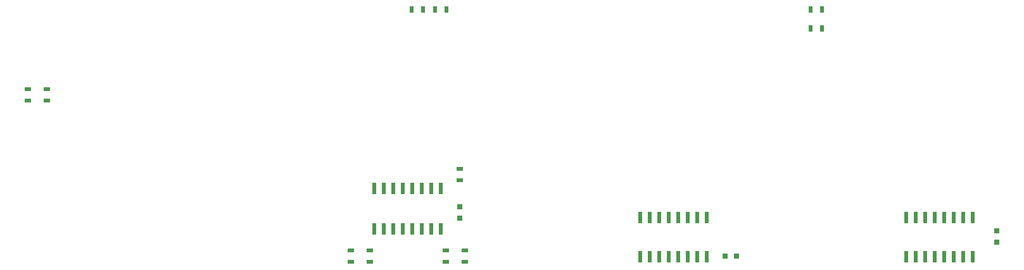
<source format=gbr>
G04 #@! TF.FileFunction,Paste,Top*
%FSLAX46Y46*%
G04 Gerber Fmt 4.6, Leading zero omitted, Abs format (unit mm)*
G04 Created by KiCad (PCBNEW 4.0.4-stable) date 06/07/17 13:37:54*
%MOMM*%
%LPD*%
G01*
G04 APERTURE LIST*
%ADD10C,0.100000*%
%ADD11R,0.500000X0.900000*%
%ADD12R,0.600000X1.500000*%
%ADD13R,0.750000X0.800000*%
%ADD14R,0.900000X0.500000*%
%ADD15R,0.550000X1.500000*%
%ADD16R,0.800000X0.750000*%
G04 APERTURE END LIST*
D10*
D11*
X57035000Y45720000D03*
X58535000Y45720000D03*
D12*
X128905000Y12640000D03*
X128905000Y17840000D03*
X127635000Y12640000D03*
X127635000Y17840000D03*
X126365000Y12640000D03*
X126365000Y17840000D03*
X125095000Y12640000D03*
X125095000Y17840000D03*
X123825000Y12640000D03*
X123825000Y17840000D03*
X122555000Y12640000D03*
X122555000Y17840000D03*
X121285000Y12640000D03*
X121285000Y17840000D03*
X120015000Y12640000D03*
X120015000Y17840000D03*
X93345000Y12640000D03*
X93345000Y17840000D03*
X92075000Y12640000D03*
X92075000Y17840000D03*
X90805000Y12640000D03*
X90805000Y17840000D03*
X89535000Y12640000D03*
X89535000Y17840000D03*
X88265000Y12640000D03*
X88265000Y17840000D03*
X86995000Y12640000D03*
X86995000Y17840000D03*
X85725000Y12640000D03*
X85725000Y17840000D03*
X84455000Y12640000D03*
X84455000Y17840000D03*
D13*
X60325000Y17792000D03*
X60325000Y19292000D03*
D14*
X5080000Y33540000D03*
X5080000Y35040000D03*
D11*
X55360000Y45720000D03*
X53860000Y45720000D03*
X107200000Y43180000D03*
X108700000Y43180000D03*
D14*
X48260000Y13450000D03*
X48260000Y11950000D03*
X2540000Y33540000D03*
X2540000Y35040000D03*
D11*
X107200000Y45720000D03*
X108700000Y45720000D03*
D14*
X45720000Y13450000D03*
X45720000Y11950000D03*
D15*
X57785000Y16350000D03*
X57785000Y21750000D03*
X56515000Y16350000D03*
X56515000Y21750000D03*
X55245000Y16350000D03*
X55245000Y21750000D03*
X53975000Y16350000D03*
X53975000Y21750000D03*
X52705000Y16350000D03*
X52705000Y21750000D03*
X51435000Y16350000D03*
X51435000Y21750000D03*
X50165000Y16350000D03*
X50165000Y21750000D03*
X48895000Y16350000D03*
X48895000Y21750000D03*
D14*
X58420000Y11950000D03*
X58420000Y13450000D03*
X60960000Y11950000D03*
X60960000Y13450000D03*
X60325000Y22872000D03*
X60325000Y24372000D03*
D13*
X132080000Y16105000D03*
X132080000Y14605000D03*
D16*
X95770000Y12700000D03*
X97270000Y12700000D03*
M02*

</source>
